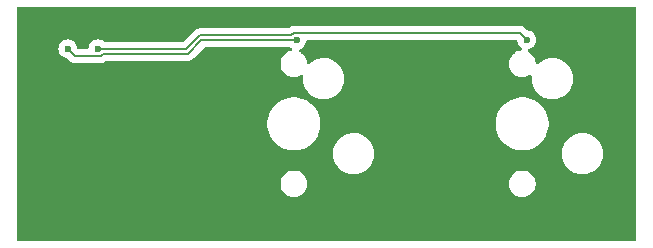
<source format=gbr>
G04 #@! TF.GenerationSoftware,KiCad,Pcbnew,8.0.6*
G04 #@! TF.CreationDate,2025-06-27T19:48:10+01:00*
G04 #@! TF.ProjectId,2x1,3278312e-6b69-4636-9164-5f7063625858,0.1*
G04 #@! TF.SameCoordinates,Original*
G04 #@! TF.FileFunction,Copper,L1,Top*
G04 #@! TF.FilePolarity,Positive*
%FSLAX46Y46*%
G04 Gerber Fmt 4.6, Leading zero omitted, Abs format (unit mm)*
G04 Created by KiCad (PCBNEW 8.0.6) date 2025-06-27 19:48:10*
%MOMM*%
%LPD*%
G01*
G04 APERTURE LIST*
G04 #@! TA.AperFunction,ViaPad*
%ADD10C,0.600000*%
G04 #@! TD*
G04 #@! TA.AperFunction,Conductor*
%ADD11C,0.200000*%
G04 #@! TD*
G04 APERTURE END LIST*
D10*
X102910000Y-56410000D03*
X83522942Y-57150000D03*
X122384942Y-56388000D03*
X86062942Y-57150000D03*
D11*
X94840000Y-56420000D02*
X93690000Y-57570000D01*
X102900000Y-56420000D02*
X94840000Y-56420000D01*
X93690000Y-57570000D02*
X86491471Y-57570000D01*
X102910000Y-56410000D02*
X102900000Y-56420000D01*
X86491471Y-57570000D02*
X86311471Y-57750000D01*
X86311471Y-57750000D02*
X84122942Y-57750000D01*
X84122942Y-57750000D02*
X83522942Y-57150000D01*
X93524314Y-57170000D02*
X94674314Y-56020000D01*
X86082942Y-57170000D02*
X93524314Y-57170000D01*
X94674314Y-56020000D02*
X102451471Y-56020000D01*
X121806942Y-55810000D02*
X122384942Y-56388000D01*
X102661471Y-55810000D02*
X121806942Y-55810000D01*
X86062942Y-57150000D02*
X86082942Y-57170000D01*
X102451471Y-56020000D02*
X102661471Y-55810000D01*
G04 #@! TA.AperFunction,NonConductor*
G36*
X131591481Y-53606185D02*
G01*
X131637236Y-53658989D01*
X131648442Y-53710500D01*
X131648442Y-73289500D01*
X131628757Y-73356539D01*
X131575953Y-73402294D01*
X131524442Y-73413500D01*
X79321442Y-73413500D01*
X79254403Y-73393815D01*
X79208648Y-73341011D01*
X79197442Y-73289500D01*
X79197442Y-68491421D01*
X101531376Y-68491421D01*
X101531376Y-68668578D01*
X101559090Y-68843556D01*
X101613832Y-69012039D01*
X101613833Y-69012042D01*
X101694262Y-69169890D01*
X101798393Y-69313214D01*
X101923662Y-69438483D01*
X102066986Y-69542614D01*
X102144405Y-69582061D01*
X102224833Y-69623042D01*
X102224836Y-69623043D01*
X102309077Y-69650414D01*
X102393321Y-69677786D01*
X102568297Y-69705500D01*
X102568298Y-69705500D01*
X102745454Y-69705500D01*
X102745455Y-69705500D01*
X102920431Y-69677786D01*
X103088918Y-69623042D01*
X103246766Y-69542614D01*
X103390090Y-69438483D01*
X103515359Y-69313214D01*
X103619490Y-69169890D01*
X103699918Y-69012042D01*
X103754662Y-68843555D01*
X103782376Y-68668579D01*
X103782376Y-68491421D01*
X120878442Y-68491421D01*
X120878442Y-68668578D01*
X120906156Y-68843556D01*
X120960898Y-69012039D01*
X120960899Y-69012042D01*
X121041328Y-69169890D01*
X121145459Y-69313214D01*
X121270728Y-69438483D01*
X121414052Y-69542614D01*
X121491471Y-69582061D01*
X121571899Y-69623042D01*
X121571902Y-69623043D01*
X121656143Y-69650414D01*
X121740387Y-69677786D01*
X121915363Y-69705500D01*
X121915364Y-69705500D01*
X122092520Y-69705500D01*
X122092521Y-69705500D01*
X122267497Y-69677786D01*
X122435984Y-69623042D01*
X122593832Y-69542614D01*
X122737156Y-69438483D01*
X122862425Y-69313214D01*
X122966556Y-69169890D01*
X123046984Y-69012042D01*
X123101728Y-68843555D01*
X123129442Y-68668579D01*
X123129442Y-68491421D01*
X123101728Y-68316445D01*
X123046984Y-68147958D01*
X123046984Y-68147957D01*
X122966555Y-67990109D01*
X122862425Y-67846786D01*
X122737156Y-67721517D01*
X122593832Y-67617386D01*
X122585895Y-67613342D01*
X122435984Y-67536957D01*
X122435981Y-67536956D01*
X122267498Y-67482214D01*
X122180009Y-67468357D01*
X122092521Y-67454500D01*
X121915363Y-67454500D01*
X121857037Y-67463738D01*
X121740385Y-67482214D01*
X121571902Y-67536956D01*
X121571899Y-67536957D01*
X121414051Y-67617386D01*
X121332280Y-67676796D01*
X121270728Y-67721517D01*
X121270726Y-67721519D01*
X121270725Y-67721519D01*
X121145461Y-67846783D01*
X121145461Y-67846784D01*
X121145459Y-67846786D01*
X121100738Y-67908338D01*
X121041328Y-67990109D01*
X120960899Y-68147957D01*
X120960898Y-68147960D01*
X120906156Y-68316443D01*
X120878442Y-68491421D01*
X103782376Y-68491421D01*
X103754662Y-68316445D01*
X103699918Y-68147958D01*
X103699918Y-68147957D01*
X103619489Y-67990109D01*
X103515359Y-67846786D01*
X103390090Y-67721517D01*
X103246766Y-67617386D01*
X103238829Y-67613342D01*
X103088918Y-67536957D01*
X103088915Y-67536956D01*
X102920432Y-67482214D01*
X102832943Y-67468357D01*
X102745455Y-67454500D01*
X102568297Y-67454500D01*
X102509971Y-67463738D01*
X102393319Y-67482214D01*
X102224836Y-67536956D01*
X102224833Y-67536957D01*
X102066985Y-67617386D01*
X101985214Y-67676796D01*
X101923662Y-67721517D01*
X101923660Y-67721519D01*
X101923659Y-67721519D01*
X101798395Y-67846783D01*
X101798395Y-67846784D01*
X101798393Y-67846786D01*
X101753672Y-67908338D01*
X101694262Y-67990109D01*
X101613833Y-68147957D01*
X101613832Y-68147960D01*
X101559090Y-68316443D01*
X101531376Y-68491421D01*
X79197442Y-68491421D01*
X79197442Y-65925258D01*
X105986376Y-65925258D01*
X105986376Y-66154741D01*
X106011322Y-66344215D01*
X106016328Y-66382238D01*
X106016329Y-66382240D01*
X106075718Y-66603887D01*
X106163526Y-66815876D01*
X106163533Y-66815890D01*
X106278268Y-67014617D01*
X106417957Y-67196661D01*
X106417965Y-67196670D01*
X106580206Y-67358911D01*
X106580214Y-67358918D01*
X106762258Y-67498607D01*
X106762261Y-67498608D01*
X106762264Y-67498611D01*
X106960988Y-67613344D01*
X106960993Y-67613346D01*
X106960999Y-67613349D01*
X107052356Y-67651190D01*
X107172989Y-67701158D01*
X107394638Y-67760548D01*
X107622142Y-67790500D01*
X107622149Y-67790500D01*
X107851603Y-67790500D01*
X107851610Y-67790500D01*
X108079114Y-67760548D01*
X108300763Y-67701158D01*
X108512764Y-67613344D01*
X108711488Y-67498611D01*
X108893537Y-67358919D01*
X108893541Y-67358914D01*
X108893546Y-67358911D01*
X109055787Y-67196670D01*
X109055790Y-67196665D01*
X109055795Y-67196661D01*
X109195487Y-67014612D01*
X109310220Y-66815888D01*
X109398034Y-66603887D01*
X109457424Y-66382238D01*
X109487376Y-66154734D01*
X109487376Y-65925266D01*
X109487375Y-65925258D01*
X125333442Y-65925258D01*
X125333442Y-66154741D01*
X125358388Y-66344215D01*
X125363394Y-66382238D01*
X125363395Y-66382240D01*
X125422784Y-66603887D01*
X125510592Y-66815876D01*
X125510599Y-66815890D01*
X125625334Y-67014617D01*
X125765023Y-67196661D01*
X125765031Y-67196670D01*
X125927272Y-67358911D01*
X125927280Y-67358918D01*
X126109324Y-67498607D01*
X126109327Y-67498608D01*
X126109330Y-67498611D01*
X126308054Y-67613344D01*
X126308059Y-67613346D01*
X126308065Y-67613349D01*
X126399422Y-67651190D01*
X126520055Y-67701158D01*
X126741704Y-67760548D01*
X126969208Y-67790500D01*
X126969215Y-67790500D01*
X127198669Y-67790500D01*
X127198676Y-67790500D01*
X127426180Y-67760548D01*
X127647829Y-67701158D01*
X127859830Y-67613344D01*
X128058554Y-67498611D01*
X128240603Y-67358919D01*
X128240607Y-67358914D01*
X128240612Y-67358911D01*
X128402853Y-67196670D01*
X128402856Y-67196665D01*
X128402861Y-67196661D01*
X128542553Y-67014612D01*
X128657286Y-66815888D01*
X128745100Y-66603887D01*
X128804490Y-66382238D01*
X128834442Y-66154734D01*
X128834442Y-65925266D01*
X128804490Y-65697762D01*
X128745100Y-65476113D01*
X128657286Y-65264112D01*
X128542553Y-65065388D01*
X128542550Y-65065385D01*
X128542549Y-65065382D01*
X128402860Y-64883338D01*
X128402853Y-64883330D01*
X128240612Y-64721089D01*
X128240603Y-64721081D01*
X128058559Y-64581392D01*
X127859832Y-64466657D01*
X127859818Y-64466650D01*
X127647829Y-64378842D01*
X127426180Y-64319452D01*
X127388157Y-64314446D01*
X127198683Y-64289500D01*
X127198676Y-64289500D01*
X126969208Y-64289500D01*
X126969200Y-64289500D01*
X126752657Y-64318009D01*
X126741704Y-64319452D01*
X126648018Y-64344554D01*
X126520054Y-64378842D01*
X126308065Y-64466650D01*
X126308051Y-64466657D01*
X126109324Y-64581392D01*
X125927280Y-64721081D01*
X125765023Y-64883338D01*
X125625334Y-65065382D01*
X125510599Y-65264109D01*
X125510592Y-65264123D01*
X125422784Y-65476112D01*
X125363395Y-65697759D01*
X125363393Y-65697770D01*
X125333442Y-65925258D01*
X109487375Y-65925258D01*
X109457424Y-65697762D01*
X109398034Y-65476113D01*
X109310220Y-65264112D01*
X109195487Y-65065388D01*
X109195484Y-65065385D01*
X109195483Y-65065382D01*
X109055794Y-64883338D01*
X109055787Y-64883330D01*
X108893546Y-64721089D01*
X108893537Y-64721081D01*
X108711493Y-64581392D01*
X108512766Y-64466657D01*
X108512752Y-64466650D01*
X108300763Y-64378842D01*
X108079114Y-64319452D01*
X108041091Y-64314446D01*
X107851617Y-64289500D01*
X107851610Y-64289500D01*
X107622142Y-64289500D01*
X107622134Y-64289500D01*
X107405591Y-64318009D01*
X107394638Y-64319452D01*
X107300952Y-64344554D01*
X107172988Y-64378842D01*
X106960999Y-64466650D01*
X106960985Y-64466657D01*
X106762258Y-64581392D01*
X106580214Y-64721081D01*
X106417957Y-64883338D01*
X106278268Y-65065382D01*
X106163533Y-65264109D01*
X106163526Y-65264123D01*
X106075718Y-65476112D01*
X106016329Y-65697759D01*
X106016327Y-65697770D01*
X105986376Y-65925258D01*
X79197442Y-65925258D01*
X79197442Y-63352900D01*
X100412476Y-63352900D01*
X100412476Y-63647099D01*
X100412477Y-63647116D01*
X100450877Y-63938796D01*
X100527028Y-64222994D01*
X100639610Y-64494794D01*
X100639618Y-64494810D01*
X100786716Y-64749589D01*
X100786727Y-64749605D01*
X100965824Y-64983009D01*
X100965830Y-64983016D01*
X101173859Y-65191045D01*
X101173866Y-65191051D01*
X101340081Y-65318592D01*
X101407279Y-65370155D01*
X101407286Y-65370159D01*
X101662065Y-65517257D01*
X101662081Y-65517265D01*
X101933881Y-65629847D01*
X101933883Y-65629847D01*
X101933889Y-65629850D01*
X102218076Y-65705998D01*
X102509770Y-65744400D01*
X102509777Y-65744400D01*
X102803975Y-65744400D01*
X102803982Y-65744400D01*
X103095676Y-65705998D01*
X103379863Y-65629850D01*
X103453194Y-65599475D01*
X103651670Y-65517265D01*
X103651673Y-65517263D01*
X103651679Y-65517261D01*
X103906473Y-65370155D01*
X104139887Y-65191050D01*
X104347926Y-64983011D01*
X104527031Y-64749597D01*
X104674137Y-64494803D01*
X104685796Y-64466657D01*
X104786723Y-64222994D01*
X104786722Y-64222994D01*
X104786726Y-64222987D01*
X104862874Y-63938800D01*
X104901276Y-63647106D01*
X104901276Y-63352900D01*
X119759542Y-63352900D01*
X119759542Y-63647099D01*
X119759543Y-63647116D01*
X119797943Y-63938796D01*
X119874094Y-64222994D01*
X119986676Y-64494794D01*
X119986684Y-64494810D01*
X120133782Y-64749589D01*
X120133793Y-64749605D01*
X120312890Y-64983009D01*
X120312896Y-64983016D01*
X120520925Y-65191045D01*
X120520932Y-65191051D01*
X120687147Y-65318592D01*
X120754345Y-65370155D01*
X120754352Y-65370159D01*
X121009131Y-65517257D01*
X121009147Y-65517265D01*
X121280947Y-65629847D01*
X121280949Y-65629847D01*
X121280955Y-65629850D01*
X121565142Y-65705998D01*
X121856836Y-65744400D01*
X121856843Y-65744400D01*
X122151041Y-65744400D01*
X122151048Y-65744400D01*
X122442742Y-65705998D01*
X122726929Y-65629850D01*
X122800260Y-65599475D01*
X122998736Y-65517265D01*
X122998739Y-65517263D01*
X122998745Y-65517261D01*
X123253539Y-65370155D01*
X123486953Y-65191050D01*
X123694992Y-64983011D01*
X123874097Y-64749597D01*
X124021203Y-64494803D01*
X124032862Y-64466657D01*
X124133789Y-64222994D01*
X124133788Y-64222994D01*
X124133792Y-64222987D01*
X124209940Y-63938800D01*
X124248342Y-63647106D01*
X124248342Y-63352894D01*
X124209940Y-63061200D01*
X124133792Y-62777013D01*
X124133789Y-62777005D01*
X124021207Y-62505205D01*
X124021199Y-62505189D01*
X123874101Y-62250410D01*
X123874097Y-62250403D01*
X123694992Y-62016989D01*
X123694987Y-62016983D01*
X123486958Y-61808954D01*
X123486951Y-61808948D01*
X123253547Y-61629851D01*
X123253545Y-61629849D01*
X123253539Y-61629845D01*
X123253534Y-61629842D01*
X123253531Y-61629840D01*
X122998752Y-61482742D01*
X122998736Y-61482734D01*
X122726936Y-61370152D01*
X122442738Y-61294001D01*
X122151058Y-61255601D01*
X122151053Y-61255600D01*
X122151048Y-61255600D01*
X121856836Y-61255600D01*
X121856830Y-61255600D01*
X121856825Y-61255601D01*
X121565145Y-61294001D01*
X121280947Y-61370152D01*
X121009147Y-61482734D01*
X121009131Y-61482742D01*
X120754352Y-61629840D01*
X120754336Y-61629851D01*
X120520932Y-61808948D01*
X120520925Y-61808954D01*
X120312896Y-62016983D01*
X120312890Y-62016990D01*
X120133793Y-62250394D01*
X120133782Y-62250410D01*
X119986684Y-62505189D01*
X119986676Y-62505205D01*
X119874094Y-62777005D01*
X119797943Y-63061203D01*
X119759543Y-63352883D01*
X119759542Y-63352900D01*
X104901276Y-63352900D01*
X104901276Y-63352894D01*
X104862874Y-63061200D01*
X104786726Y-62777013D01*
X104786723Y-62777005D01*
X104674141Y-62505205D01*
X104674133Y-62505189D01*
X104527035Y-62250410D01*
X104527031Y-62250403D01*
X104347926Y-62016989D01*
X104347921Y-62016983D01*
X104139892Y-61808954D01*
X104139885Y-61808948D01*
X103906481Y-61629851D01*
X103906479Y-61629849D01*
X103906473Y-61629845D01*
X103906468Y-61629842D01*
X103906465Y-61629840D01*
X103651686Y-61482742D01*
X103651670Y-61482734D01*
X103379870Y-61370152D01*
X103095672Y-61294001D01*
X102803992Y-61255601D01*
X102803987Y-61255600D01*
X102803982Y-61255600D01*
X102509770Y-61255600D01*
X102509764Y-61255600D01*
X102509759Y-61255601D01*
X102218079Y-61294001D01*
X101933881Y-61370152D01*
X101662081Y-61482734D01*
X101662065Y-61482742D01*
X101407286Y-61629840D01*
X101407270Y-61629851D01*
X101173866Y-61808948D01*
X101173859Y-61808954D01*
X100965830Y-62016983D01*
X100965824Y-62016990D01*
X100786727Y-62250394D01*
X100786716Y-62250410D01*
X100639618Y-62505189D01*
X100639610Y-62505205D01*
X100527028Y-62777005D01*
X100450877Y-63061203D01*
X100412477Y-63352883D01*
X100412476Y-63352900D01*
X79197442Y-63352900D01*
X79197442Y-57149996D01*
X82717377Y-57149996D01*
X82717377Y-57150003D01*
X82737572Y-57329249D01*
X82737573Y-57329254D01*
X82797153Y-57499523D01*
X82836107Y-57561517D01*
X82893126Y-57652262D01*
X83020680Y-57779816D01*
X83173420Y-57875789D01*
X83343687Y-57935368D01*
X83430611Y-57945161D01*
X83495022Y-57972226D01*
X83504407Y-57980700D01*
X83638081Y-58114374D01*
X83638091Y-58114385D01*
X83642421Y-58118715D01*
X83642422Y-58118716D01*
X83754226Y-58230520D01*
X83841037Y-58280639D01*
X83841039Y-58280641D01*
X83879093Y-58302611D01*
X83891157Y-58309577D01*
X84043885Y-58350500D01*
X84201999Y-58350500D01*
X86224802Y-58350500D01*
X86224818Y-58350501D01*
X86232414Y-58350501D01*
X86390525Y-58350501D01*
X86390528Y-58350501D01*
X86543256Y-58309577D01*
X86593375Y-58280639D01*
X86680187Y-58230520D01*
X86680191Y-58230516D01*
X86703889Y-58206819D01*
X86765212Y-58173334D01*
X86791570Y-58170500D01*
X93603331Y-58170500D01*
X93603347Y-58170501D01*
X93610943Y-58170501D01*
X93769054Y-58170501D01*
X93769057Y-58170501D01*
X93921785Y-58129577D01*
X93971904Y-58100639D01*
X94058716Y-58050520D01*
X94170520Y-57938716D01*
X94170520Y-57938714D01*
X94180728Y-57928507D01*
X94180729Y-57928504D01*
X95052417Y-57056819D01*
X95113740Y-57023334D01*
X95140098Y-57020500D01*
X102341273Y-57020500D01*
X102407245Y-57039506D01*
X102407737Y-57039815D01*
X102407738Y-57039816D01*
X102484033Y-57087755D01*
X102530324Y-57140090D01*
X102540972Y-57209143D01*
X102512597Y-57272992D01*
X102454208Y-57311364D01*
X102437462Y-57315222D01*
X102393317Y-57322214D01*
X102224836Y-57376956D01*
X102224833Y-57376957D01*
X102066985Y-57457386D01*
X102008989Y-57499523D01*
X101923662Y-57561517D01*
X101923660Y-57561519D01*
X101923659Y-57561519D01*
X101798395Y-57686783D01*
X101798395Y-57686784D01*
X101798393Y-57686786D01*
X101753672Y-57748338D01*
X101694262Y-57830109D01*
X101613833Y-57987957D01*
X101613832Y-57987960D01*
X101559090Y-58156443D01*
X101531376Y-58331421D01*
X101531376Y-58508578D01*
X101559090Y-58683556D01*
X101613832Y-58852039D01*
X101613833Y-58852042D01*
X101694262Y-59009890D01*
X101798393Y-59153214D01*
X101923662Y-59278483D01*
X102066986Y-59382614D01*
X102144405Y-59422061D01*
X102224833Y-59463042D01*
X102224836Y-59463043D01*
X102309077Y-59490414D01*
X102393321Y-59517786D01*
X102568297Y-59545500D01*
X102568298Y-59545500D01*
X102745454Y-59545500D01*
X102745455Y-59545500D01*
X102920431Y-59517786D01*
X103088918Y-59463042D01*
X103246766Y-59382614D01*
X103262037Y-59371518D01*
X103327840Y-59348038D01*
X103395894Y-59363862D01*
X103444591Y-59413966D01*
X103458468Y-59482443D01*
X103457862Y-59488022D01*
X103446376Y-59575258D01*
X103446376Y-59804741D01*
X103471322Y-59994215D01*
X103476328Y-60032238D01*
X103476329Y-60032240D01*
X103535718Y-60253887D01*
X103623526Y-60465876D01*
X103623533Y-60465890D01*
X103738268Y-60664617D01*
X103877957Y-60846661D01*
X103877965Y-60846670D01*
X104040206Y-61008911D01*
X104040214Y-61008918D01*
X104222258Y-61148607D01*
X104222261Y-61148608D01*
X104222264Y-61148611D01*
X104420988Y-61263344D01*
X104420993Y-61263346D01*
X104420999Y-61263349D01*
X104512356Y-61301190D01*
X104632989Y-61351158D01*
X104854638Y-61410548D01*
X105082142Y-61440500D01*
X105082149Y-61440500D01*
X105311603Y-61440500D01*
X105311610Y-61440500D01*
X105539114Y-61410548D01*
X105760763Y-61351158D01*
X105972764Y-61263344D01*
X106171488Y-61148611D01*
X106353537Y-61008919D01*
X106353541Y-61008914D01*
X106353546Y-61008911D01*
X106515787Y-60846670D01*
X106515790Y-60846665D01*
X106515795Y-60846661D01*
X106655487Y-60664612D01*
X106770220Y-60465888D01*
X106858034Y-60253887D01*
X106917424Y-60032238D01*
X106947376Y-59804734D01*
X106947376Y-59575266D01*
X106917424Y-59347762D01*
X106858034Y-59126113D01*
X106770220Y-58914112D01*
X106655487Y-58715388D01*
X106655484Y-58715385D01*
X106655483Y-58715382D01*
X106515794Y-58533338D01*
X106515787Y-58533330D01*
X106353546Y-58371089D01*
X106353537Y-58371081D01*
X106171493Y-58231392D01*
X105972766Y-58116657D01*
X105972752Y-58116650D01*
X105760763Y-58028842D01*
X105539114Y-57969452D01*
X105501091Y-57964446D01*
X105311617Y-57939500D01*
X105311610Y-57939500D01*
X105082142Y-57939500D01*
X105082134Y-57939500D01*
X104865591Y-57968009D01*
X104854638Y-57969452D01*
X104760952Y-57994554D01*
X104632988Y-58028842D01*
X104420999Y-58116650D01*
X104420985Y-58116657D01*
X104222258Y-58231392D01*
X104040214Y-58371081D01*
X103994057Y-58417238D01*
X103932734Y-58450723D01*
X103863042Y-58445739D01*
X103807109Y-58403867D01*
X103782692Y-58338403D01*
X103782497Y-58332967D01*
X103782376Y-58331423D01*
X103774333Y-58280641D01*
X103754662Y-58156445D01*
X103699918Y-57987958D01*
X103699918Y-57987957D01*
X103619489Y-57830109D01*
X103582949Y-57779816D01*
X103515359Y-57686786D01*
X103390090Y-57561517D01*
X103304761Y-57499522D01*
X103246764Y-57457384D01*
X103136258Y-57401078D01*
X103085463Y-57353104D01*
X103068668Y-57285283D01*
X103091206Y-57219148D01*
X103145921Y-57175697D01*
X103151580Y-57173559D01*
X103259522Y-57135789D01*
X103412262Y-57039816D01*
X103539816Y-56912262D01*
X103635789Y-56759522D01*
X103695368Y-56589255D01*
X103697848Y-56567249D01*
X103703102Y-56520617D01*
X103730168Y-56456203D01*
X103787763Y-56416648D01*
X103826322Y-56410500D01*
X121471099Y-56410500D01*
X121538138Y-56430185D01*
X121583893Y-56482989D01*
X121594319Y-56520618D01*
X121599572Y-56567248D01*
X121659152Y-56737521D01*
X121698711Y-56800478D01*
X121755126Y-56890262D01*
X121882680Y-57017816D01*
X121917693Y-57039816D01*
X121961195Y-57067150D01*
X122007486Y-57119485D01*
X122018134Y-57188538D01*
X121989759Y-57252387D01*
X121931370Y-57290759D01*
X121914621Y-57294617D01*
X121740385Y-57322213D01*
X121571902Y-57376956D01*
X121571899Y-57376957D01*
X121414051Y-57457386D01*
X121356055Y-57499523D01*
X121270728Y-57561517D01*
X121270726Y-57561519D01*
X121270725Y-57561519D01*
X121145461Y-57686783D01*
X121145461Y-57686784D01*
X121145459Y-57686786D01*
X121100738Y-57748338D01*
X121041328Y-57830109D01*
X120960899Y-57987957D01*
X120960898Y-57987960D01*
X120906156Y-58156443D01*
X120878442Y-58331421D01*
X120878442Y-58508578D01*
X120906156Y-58683556D01*
X120960898Y-58852039D01*
X120960899Y-58852042D01*
X121041328Y-59009890D01*
X121145459Y-59153214D01*
X121270728Y-59278483D01*
X121414052Y-59382614D01*
X121491471Y-59422061D01*
X121571899Y-59463042D01*
X121571902Y-59463043D01*
X121656143Y-59490414D01*
X121740387Y-59517786D01*
X121915363Y-59545500D01*
X121915364Y-59545500D01*
X122092520Y-59545500D01*
X122092521Y-59545500D01*
X122267497Y-59517786D01*
X122435984Y-59463042D01*
X122593832Y-59382614D01*
X122609103Y-59371518D01*
X122674906Y-59348038D01*
X122742960Y-59363862D01*
X122791657Y-59413966D01*
X122805534Y-59482443D01*
X122804928Y-59488022D01*
X122793442Y-59575258D01*
X122793442Y-59804741D01*
X122818388Y-59994215D01*
X122823394Y-60032238D01*
X122823395Y-60032240D01*
X122882784Y-60253887D01*
X122970592Y-60465876D01*
X122970599Y-60465890D01*
X123085334Y-60664617D01*
X123225023Y-60846661D01*
X123225031Y-60846670D01*
X123387272Y-61008911D01*
X123387280Y-61008918D01*
X123569324Y-61148607D01*
X123569327Y-61148608D01*
X123569330Y-61148611D01*
X123768054Y-61263344D01*
X123768059Y-61263346D01*
X123768065Y-61263349D01*
X123859422Y-61301190D01*
X123980055Y-61351158D01*
X124201704Y-61410548D01*
X124429208Y-61440500D01*
X124429215Y-61440500D01*
X124658669Y-61440500D01*
X124658676Y-61440500D01*
X124886180Y-61410548D01*
X125107829Y-61351158D01*
X125319830Y-61263344D01*
X125518554Y-61148611D01*
X125700603Y-61008919D01*
X125700607Y-61008914D01*
X125700612Y-61008911D01*
X125862853Y-60846670D01*
X125862856Y-60846665D01*
X125862861Y-60846661D01*
X126002553Y-60664612D01*
X126117286Y-60465888D01*
X126205100Y-60253887D01*
X126264490Y-60032238D01*
X126294442Y-59804734D01*
X126294442Y-59575266D01*
X126264490Y-59347762D01*
X126205100Y-59126113D01*
X126117286Y-58914112D01*
X126002553Y-58715388D01*
X126002550Y-58715385D01*
X126002549Y-58715382D01*
X125862860Y-58533338D01*
X125862853Y-58533330D01*
X125700612Y-58371089D01*
X125700603Y-58371081D01*
X125518559Y-58231392D01*
X125319832Y-58116657D01*
X125319818Y-58116650D01*
X125107829Y-58028842D01*
X124886180Y-57969452D01*
X124848157Y-57964446D01*
X124658683Y-57939500D01*
X124658676Y-57939500D01*
X124429208Y-57939500D01*
X124429200Y-57939500D01*
X124212657Y-57968009D01*
X124201704Y-57969452D01*
X124108018Y-57994554D01*
X123980054Y-58028842D01*
X123768065Y-58116650D01*
X123768051Y-58116657D01*
X123569324Y-58231392D01*
X123387280Y-58371081D01*
X123341123Y-58417238D01*
X123279800Y-58450723D01*
X123210108Y-58445739D01*
X123154175Y-58403867D01*
X123129758Y-58338403D01*
X123129563Y-58332967D01*
X123129442Y-58331423D01*
X123121399Y-58280641D01*
X123101728Y-58156445D01*
X123046984Y-57987958D01*
X123046984Y-57987957D01*
X122966555Y-57830109D01*
X122930015Y-57779816D01*
X122862425Y-57686786D01*
X122737156Y-57561517D01*
X122593832Y-57457386D01*
X122593831Y-57457385D01*
X122593829Y-57457384D01*
X122499922Y-57409535D01*
X122449127Y-57361560D01*
X122432332Y-57293739D01*
X122454870Y-57227605D01*
X122509585Y-57184154D01*
X122542331Y-57175831D01*
X122564197Y-57173368D01*
X122734464Y-57113789D01*
X122887204Y-57017816D01*
X123014758Y-56890262D01*
X123110731Y-56737522D01*
X123170310Y-56567255D01*
X123170311Y-56567248D01*
X123190507Y-56388003D01*
X123190507Y-56387996D01*
X123170311Y-56208750D01*
X123170310Y-56208745D01*
X123110730Y-56038476D01*
X123014757Y-55885737D01*
X122887204Y-55758184D01*
X122734463Y-55662210D01*
X122564191Y-55602630D01*
X122477272Y-55592837D01*
X122412858Y-55565770D01*
X122403475Y-55557298D01*
X122294532Y-55448355D01*
X122294530Y-55448352D01*
X122175659Y-55329481D01*
X122175658Y-55329480D01*
X122088846Y-55279360D01*
X122088846Y-55279359D01*
X122088842Y-55279358D01*
X122038727Y-55250423D01*
X121885999Y-55209499D01*
X121727885Y-55209499D01*
X121720289Y-55209499D01*
X121720273Y-55209500D01*
X102748140Y-55209500D01*
X102748124Y-55209499D01*
X102740528Y-55209499D01*
X102582414Y-55209499D01*
X102475058Y-55238265D01*
X102429681Y-55250424D01*
X102429680Y-55250425D01*
X102379567Y-55279359D01*
X102379566Y-55279360D01*
X102336160Y-55304420D01*
X102292756Y-55329479D01*
X102292753Y-55329481D01*
X102239054Y-55383181D01*
X102177731Y-55416666D01*
X102151373Y-55419500D01*
X94760984Y-55419500D01*
X94760968Y-55419499D01*
X94753372Y-55419499D01*
X94595257Y-55419499D01*
X94518893Y-55439961D01*
X94442528Y-55460423D01*
X94442523Y-55460426D01*
X94305604Y-55539475D01*
X94305596Y-55539481D01*
X93311898Y-56533181D01*
X93250575Y-56566666D01*
X93224217Y-56569500D01*
X86665882Y-56569500D01*
X86598843Y-56549815D01*
X86578201Y-56533181D01*
X86565204Y-56520184D01*
X86412465Y-56424211D01*
X86242196Y-56364631D01*
X86242191Y-56364630D01*
X86062946Y-56344435D01*
X86062938Y-56344435D01*
X85883692Y-56364630D01*
X85883687Y-56364631D01*
X85713418Y-56424211D01*
X85560679Y-56520184D01*
X85433126Y-56647737D01*
X85337152Y-56800478D01*
X85277572Y-56970750D01*
X85269840Y-57039383D01*
X85242774Y-57103797D01*
X85185179Y-57143352D01*
X85146620Y-57149500D01*
X84439263Y-57149500D01*
X84372224Y-57129815D01*
X84326469Y-57077011D01*
X84316043Y-57039383D01*
X84308310Y-56970745D01*
X84248731Y-56800478D01*
X84152758Y-56647738D01*
X84025204Y-56520184D01*
X83966009Y-56482989D01*
X83872465Y-56424211D01*
X83702196Y-56364631D01*
X83702191Y-56364630D01*
X83522946Y-56344435D01*
X83522938Y-56344435D01*
X83343692Y-56364630D01*
X83343687Y-56364631D01*
X83173418Y-56424211D01*
X83020679Y-56520184D01*
X82893126Y-56647737D01*
X82797153Y-56800476D01*
X82737573Y-56970745D01*
X82737572Y-56970750D01*
X82717377Y-57149996D01*
X79197442Y-57149996D01*
X79197442Y-53710500D01*
X79217127Y-53643461D01*
X79269931Y-53597706D01*
X79321442Y-53586500D01*
X131524442Y-53586500D01*
X131591481Y-53606185D01*
G37*
G04 #@! TD.AperFunction*
M02*

</source>
